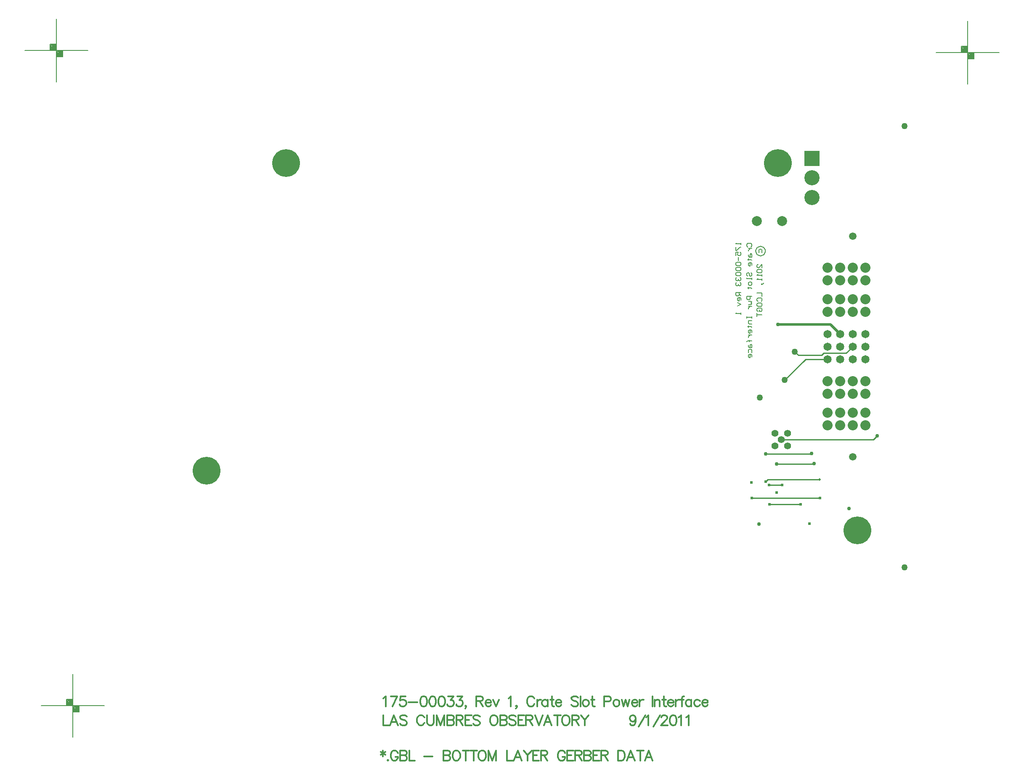
<source format=gbl>
%FSLAX23Y23*%
%MOIN*%
G70*
G01*
G75*
G04 Layer_Physical_Order=4*
G04 Layer_Color=16711680*
%ADD10R,0.135X0.070*%
%ADD11O,0.024X0.079*%
%ADD12R,0.036X0.036*%
%ADD13O,0.014X0.067*%
%ADD14R,0.059X0.039*%
%ADD15R,0.050X0.050*%
%ADD16R,0.070X0.135*%
%ADD17C,0.010*%
%ADD18C,0.020*%
%ADD19C,0.012*%
%ADD20C,0.008*%
%ADD21C,0.012*%
%ADD22C,0.012*%
%ADD23C,0.220*%
%ADD24C,0.050*%
%ADD25C,0.059*%
%ADD26C,0.080*%
%ADD27C,0.065*%
%ADD28C,0.079*%
%ADD29C,0.120*%
%ADD30R,0.120X0.120*%
%ADD31C,0.055*%
%ADD32C,0.030*%
%ADD33C,0.024*%
%ADD34C,0.020*%
%ADD35C,0.040*%
%ADD36C,0.005*%
%ADD37C,0.206*%
%ADD38C,0.150*%
%ADD39C,0.190*%
%ADD40C,0.092*%
%ADD41C,0.110*%
%ADD42C,0.073*%
%ADD43C,0.055*%
%ADD44C,0.068*%
%ADD45C,0.087*%
%ADD46C,0.007*%
D17*
X25186Y16550D02*
X25916D01*
X25945Y16579D01*
X24953Y16087D02*
X24955Y16085D01*
X25492D01*
X25093Y16038D02*
X25094Y16037D01*
X25339D01*
X25090Y16191D02*
X25191D01*
X25089Y16190D02*
X25090Y16191D01*
X25211Y17022D02*
X25377Y17188D01*
X25551D01*
X25291Y17248D02*
X25320Y17219D01*
X25505D01*
X25521Y17235D01*
X25698D01*
X25751Y17288D01*
X25079Y16233D02*
X25487D01*
X25063Y16217D02*
X25079Y16233D01*
X25441Y16356D02*
X25445Y16360D01*
X25148Y16356D02*
X25441D01*
X25420Y16435D02*
X25424Y16439D01*
X25063Y16435D02*
X25420D01*
D18*
X25575Y17463D02*
X25651Y17388D01*
X25158Y17463D02*
X25575D01*
D19*
X22029Y14083D02*
Y14037D01*
X22010Y14072D02*
X22048Y14049D01*
Y14072D02*
X22010Y14049D01*
X22069Y14011D02*
X22065Y14007D01*
X22069Y14003D01*
X22072Y14007D01*
X22069Y14011D01*
X22147Y14064D02*
X22143Y14072D01*
X22136Y14079D01*
X22128Y14083D01*
X22113D01*
X22105Y14079D01*
X22098Y14072D01*
X22094Y14064D01*
X22090Y14053D01*
Y14034D01*
X22094Y14022D01*
X22098Y14015D01*
X22105Y14007D01*
X22113Y14003D01*
X22128D01*
X22136Y14007D01*
X22143Y14015D01*
X22147Y14022D01*
Y14034D01*
X22128D02*
X22147D01*
X22165Y14083D02*
Y14003D01*
Y14083D02*
X22200D01*
X22211Y14079D01*
X22215Y14075D01*
X22219Y14068D01*
Y14060D01*
X22215Y14053D01*
X22211Y14049D01*
X22200Y14045D01*
X22165D02*
X22200D01*
X22211Y14041D01*
X22215Y14037D01*
X22219Y14030D01*
Y14018D01*
X22215Y14011D01*
X22211Y14007D01*
X22200Y14003D01*
X22165D01*
X22237Y14083D02*
Y14003D01*
X22282D01*
X22354Y14037D02*
X22422D01*
X22509Y14083D02*
Y14003D01*
Y14083D02*
X22543D01*
X22555Y14079D01*
X22558Y14075D01*
X22562Y14068D01*
Y14060D01*
X22558Y14053D01*
X22555Y14049D01*
X22543Y14045D01*
X22509D02*
X22543D01*
X22555Y14041D01*
X22558Y14037D01*
X22562Y14030D01*
Y14018D01*
X22558Y14011D01*
X22555Y14007D01*
X22543Y14003D01*
X22509D01*
X22603Y14083D02*
X22595Y14079D01*
X22588Y14072D01*
X22584Y14064D01*
X22580Y14053D01*
Y14034D01*
X22584Y14022D01*
X22588Y14015D01*
X22595Y14007D01*
X22603Y14003D01*
X22618D01*
X22626Y14007D01*
X22633Y14015D01*
X22637Y14022D01*
X22641Y14034D01*
Y14053D01*
X22637Y14064D01*
X22633Y14072D01*
X22626Y14079D01*
X22618Y14083D01*
X22603D01*
X22686D02*
Y14003D01*
X22660Y14083D02*
X22713D01*
X22749D02*
Y14003D01*
X22723Y14083D02*
X22776D01*
X22808D02*
X22801Y14079D01*
X22793Y14072D01*
X22789Y14064D01*
X22785Y14053D01*
Y14034D01*
X22789Y14022D01*
X22793Y14015D01*
X22801Y14007D01*
X22808Y14003D01*
X22823D01*
X22831Y14007D01*
X22839Y14015D01*
X22843Y14022D01*
X22846Y14034D01*
Y14053D01*
X22843Y14064D01*
X22839Y14072D01*
X22831Y14079D01*
X22823Y14083D01*
X22808D01*
X22865D02*
Y14003D01*
Y14083D02*
X22895Y14003D01*
X22926Y14083D02*
X22895Y14003D01*
X22926Y14083D02*
Y14003D01*
X23012Y14083D02*
Y14003D01*
X23057D01*
X23127D02*
X23097Y14083D01*
X23066Y14003D01*
X23078Y14030D02*
X23116D01*
X23146Y14083D02*
X23176Y14045D01*
Y14003D01*
X23207Y14083D02*
X23176Y14045D01*
X23266Y14083D02*
X23217D01*
Y14003D01*
X23266D01*
X23217Y14045D02*
X23247D01*
X23280Y14083D02*
Y14003D01*
Y14083D02*
X23314D01*
X23325Y14079D01*
X23329Y14075D01*
X23333Y14068D01*
Y14060D01*
X23329Y14053D01*
X23325Y14049D01*
X23314Y14045D01*
X23280D01*
X23306D02*
X23333Y14003D01*
X23471Y14064D02*
X23467Y14072D01*
X23460Y14079D01*
X23452Y14083D01*
X23437D01*
X23429Y14079D01*
X23421Y14072D01*
X23418Y14064D01*
X23414Y14053D01*
Y14034D01*
X23418Y14022D01*
X23421Y14015D01*
X23429Y14007D01*
X23437Y14003D01*
X23452D01*
X23460Y14007D01*
X23467Y14015D01*
X23471Y14022D01*
Y14034D01*
X23452D02*
X23471D01*
X23539Y14083D02*
X23489D01*
Y14003D01*
X23539D01*
X23489Y14045D02*
X23520D01*
X23552Y14083D02*
Y14003D01*
Y14083D02*
X23586D01*
X23598Y14079D01*
X23602Y14075D01*
X23605Y14068D01*
Y14060D01*
X23602Y14053D01*
X23598Y14049D01*
X23586Y14045D01*
X23552D01*
X23579D02*
X23605Y14003D01*
X23623Y14083D02*
Y14003D01*
Y14083D02*
X23658D01*
X23669Y14079D01*
X23673Y14075D01*
X23677Y14068D01*
Y14060D01*
X23673Y14053D01*
X23669Y14049D01*
X23658Y14045D01*
X23623D02*
X23658D01*
X23669Y14041D01*
X23673Y14037D01*
X23677Y14030D01*
Y14018D01*
X23673Y14011D01*
X23669Y14007D01*
X23658Y14003D01*
X23623D01*
X23744Y14083D02*
X23695D01*
Y14003D01*
X23744D01*
X23695Y14045D02*
X23725D01*
X23757Y14083D02*
Y14003D01*
Y14083D02*
X23792D01*
X23803Y14079D01*
X23807Y14075D01*
X23811Y14068D01*
Y14060D01*
X23807Y14053D01*
X23803Y14049D01*
X23792Y14045D01*
X23757D01*
X23784D02*
X23811Y14003D01*
X23891Y14083D02*
Y14003D01*
Y14083D02*
X23918D01*
X23930Y14079D01*
X23937Y14072D01*
X23941Y14064D01*
X23945Y14053D01*
Y14034D01*
X23941Y14022D01*
X23937Y14015D01*
X23930Y14007D01*
X23918Y14003D01*
X23891D01*
X24024D02*
X23993Y14083D01*
X23963Y14003D01*
X23974Y14030D02*
X24012D01*
X24069Y14083D02*
Y14003D01*
X24042Y14083D02*
X24096D01*
X24166Y14003D02*
X24136Y14083D01*
X24105Y14003D01*
X24117Y14030D02*
X24155D01*
D20*
X25058Y18045D02*
X25057Y18055D01*
X25053Y18064D01*
X25047Y18072D01*
X25039Y18078D01*
X25030Y18081D01*
X25021Y18083D01*
X25011Y18081D01*
X25002Y18078D01*
X24994Y18072D01*
X24988Y18064D01*
X24984Y18055D01*
X24983Y18045D01*
X24984Y18035D01*
X24988Y18026D01*
X24994Y18018D01*
X25002Y18013D01*
X25011Y18009D01*
X25021Y18007D01*
X25030Y18009D01*
X25039Y18013D01*
X25047Y18018D01*
X25053Y18026D01*
X25057Y18035D01*
X25058Y18045D01*
X19321Y14441D02*
X19821D01*
X19571Y14191D02*
Y14691D01*
X19521Y14441D02*
Y14491D01*
X19571D01*
X19621Y14391D02*
Y14441D01*
X19571Y14391D02*
X19621D01*
X19576Y14436D02*
X19616D01*
Y14396D02*
Y14436D01*
X19576Y14396D02*
X19616D01*
X19576D02*
Y14436D01*
X19581Y14431D02*
X19611D01*
Y14401D02*
Y14431D01*
X19581Y14401D02*
X19611D01*
X19581D02*
Y14426D01*
X19586D02*
X19606D01*
Y14406D02*
Y14426D01*
X19586Y14406D02*
X19606D01*
X19586D02*
Y14421D01*
X19591D02*
X19601D01*
Y14411D02*
Y14421D01*
X19591Y14411D02*
X19601D01*
X19591D02*
Y14421D01*
Y14416D02*
X19601D01*
X19526Y14486D02*
X19566D01*
Y14446D02*
Y14486D01*
X19526Y14446D02*
X19566D01*
X19526D02*
Y14486D01*
X19531Y14481D02*
X19561D01*
Y14451D02*
Y14481D01*
X19531Y14451D02*
X19561D01*
X19531D02*
Y14476D01*
X19536D02*
X19556D01*
Y14456D02*
Y14476D01*
X19536Y14456D02*
X19556D01*
X19536D02*
Y14471D01*
X19541D02*
X19551D01*
Y14461D02*
Y14471D01*
X19541Y14461D02*
X19551D01*
X19541D02*
Y14471D01*
Y14466D02*
X19551D01*
X19192Y19635D02*
X19692D01*
X19442Y19385D02*
Y19885D01*
X19392Y19635D02*
Y19685D01*
X19442D01*
X19492Y19585D02*
Y19635D01*
X19442Y19585D02*
X19492D01*
X19447Y19630D02*
X19487D01*
Y19590D02*
Y19630D01*
X19447Y19590D02*
X19487D01*
X19447D02*
Y19630D01*
X19452Y19625D02*
X19482D01*
Y19595D02*
Y19625D01*
X19452Y19595D02*
X19482D01*
X19452D02*
Y19620D01*
X19457D02*
X19477D01*
Y19600D02*
Y19620D01*
X19457Y19600D02*
X19477D01*
X19457D02*
Y19615D01*
X19462D02*
X19472D01*
Y19605D02*
Y19615D01*
X19462Y19605D02*
X19472D01*
X19462D02*
Y19615D01*
Y19610D02*
X19472D01*
X19397Y19680D02*
X19437D01*
Y19640D02*
Y19680D01*
X19397Y19640D02*
X19437D01*
X19397D02*
Y19680D01*
X19402Y19675D02*
X19432D01*
Y19645D02*
Y19675D01*
X19402Y19645D02*
X19432D01*
X19402D02*
Y19670D01*
X19407D02*
X19427D01*
Y19650D02*
Y19670D01*
X19407Y19650D02*
X19427D01*
X19407D02*
Y19665D01*
X19412D02*
X19422D01*
Y19655D02*
Y19665D01*
X19412Y19655D02*
X19422D01*
X19412D02*
Y19665D01*
Y19660D02*
X19422D01*
X26412Y19619D02*
X26912D01*
X26662Y19369D02*
Y19869D01*
X26612Y19619D02*
Y19669D01*
X26662D01*
X26712Y19569D02*
Y19619D01*
X26662Y19569D02*
X26712D01*
X26667Y19614D02*
X26707D01*
Y19574D02*
Y19614D01*
X26667Y19574D02*
X26707D01*
X26667D02*
Y19614D01*
X26672Y19609D02*
X26702D01*
Y19579D02*
Y19609D01*
X26672Y19579D02*
X26702D01*
X26672D02*
Y19604D01*
X26677D02*
X26697D01*
Y19584D02*
Y19604D01*
X26677Y19584D02*
X26697D01*
X26677D02*
Y19599D01*
X26682D02*
X26692D01*
Y19589D02*
Y19599D01*
X26682Y19589D02*
X26692D01*
X26682D02*
Y19599D01*
Y19594D02*
X26692D01*
X26617Y19664D02*
X26657D01*
Y19624D02*
Y19664D01*
X26617Y19624D02*
X26657D01*
X26617D02*
Y19664D01*
X26622Y19659D02*
X26652D01*
Y19629D02*
Y19659D01*
X26622Y19629D02*
X26652D01*
X26622D02*
Y19654D01*
X26627D02*
X26647D01*
Y19634D02*
Y19654D01*
X26627Y19634D02*
X26647D01*
X26627D02*
Y19649D01*
X26632D02*
X26642D01*
Y19639D02*
Y19649D01*
X26632Y19639D02*
X26642D01*
X26632D02*
Y19649D01*
Y19644D02*
X26642D01*
D21*
X22031Y14498D02*
X22039Y14502D01*
X22050Y14514D01*
Y14434D01*
X22143Y14514D02*
X22105Y14434D01*
X22090Y14514D02*
X22143D01*
X22207D02*
X22169D01*
X22165Y14479D01*
X22169Y14483D01*
X22180Y14487D01*
X22192D01*
X22203Y14483D01*
X22211Y14476D01*
X22215Y14464D01*
Y14457D01*
X22211Y14445D01*
X22203Y14438D01*
X22192Y14434D01*
X22180D01*
X22169Y14438D01*
X22165Y14441D01*
X22161Y14449D01*
X22232Y14468D02*
X22301D01*
X22347Y14514D02*
X22336Y14510D01*
X22328Y14498D01*
X22325Y14479D01*
Y14468D01*
X22328Y14449D01*
X22336Y14438D01*
X22347Y14434D01*
X22355D01*
X22367Y14438D01*
X22374Y14449D01*
X22378Y14468D01*
Y14479D01*
X22374Y14498D01*
X22367Y14510D01*
X22355Y14514D01*
X22347D01*
X22419D02*
X22407Y14510D01*
X22400Y14498D01*
X22396Y14479D01*
Y14468D01*
X22400Y14449D01*
X22407Y14438D01*
X22419Y14434D01*
X22426D01*
X22438Y14438D01*
X22445Y14449D01*
X22449Y14468D01*
Y14479D01*
X22445Y14498D01*
X22438Y14510D01*
X22426Y14514D01*
X22419D01*
X22490D02*
X22478Y14510D01*
X22471Y14498D01*
X22467Y14479D01*
Y14468D01*
X22471Y14449D01*
X22478Y14438D01*
X22490Y14434D01*
X22498D01*
X22509Y14438D01*
X22517Y14449D01*
X22520Y14468D01*
Y14479D01*
X22517Y14498D01*
X22509Y14510D01*
X22498Y14514D01*
X22490D01*
X22546D02*
X22588D01*
X22565Y14483D01*
X22576D01*
X22584Y14479D01*
X22588Y14476D01*
X22592Y14464D01*
Y14457D01*
X22588Y14445D01*
X22580Y14438D01*
X22569Y14434D01*
X22557D01*
X22546Y14438D01*
X22542Y14441D01*
X22538Y14449D01*
X22617Y14514D02*
X22659D01*
X22636Y14483D01*
X22648D01*
X22655Y14479D01*
X22659Y14476D01*
X22663Y14464D01*
Y14457D01*
X22659Y14445D01*
X22651Y14438D01*
X22640Y14434D01*
X22629D01*
X22617Y14438D01*
X22613Y14441D01*
X22610Y14449D01*
X22688Y14438D02*
X22685Y14434D01*
X22681Y14438D01*
X22685Y14441D01*
X22688Y14438D01*
Y14430D01*
X22685Y14422D01*
X22681Y14418D01*
X22769Y14514D02*
Y14434D01*
Y14514D02*
X22803D01*
X22814Y14510D01*
X22818Y14506D01*
X22822Y14498D01*
Y14491D01*
X22818Y14483D01*
X22814Y14479D01*
X22803Y14476D01*
X22769D01*
X22795D02*
X22822Y14434D01*
X22840Y14464D02*
X22886D01*
Y14472D01*
X22882Y14479D01*
X22878Y14483D01*
X22870Y14487D01*
X22859D01*
X22851Y14483D01*
X22844Y14476D01*
X22840Y14464D01*
Y14457D01*
X22844Y14445D01*
X22851Y14438D01*
X22859Y14434D01*
X22870D01*
X22878Y14438D01*
X22886Y14445D01*
X22903Y14487D02*
X22926Y14434D01*
X22948Y14487D02*
X22926Y14434D01*
X23024Y14498D02*
X23032Y14502D01*
X23043Y14514D01*
Y14434D01*
X23091Y14438D02*
X23087Y14434D01*
X23083Y14438D01*
X23087Y14441D01*
X23091Y14438D01*
Y14430D01*
X23087Y14422D01*
X23083Y14418D01*
X23228Y14495D02*
X23224Y14502D01*
X23217Y14510D01*
X23209Y14514D01*
X23194D01*
X23186Y14510D01*
X23179Y14502D01*
X23175Y14495D01*
X23171Y14483D01*
Y14464D01*
X23175Y14453D01*
X23179Y14445D01*
X23186Y14438D01*
X23194Y14434D01*
X23209D01*
X23217Y14438D01*
X23224Y14445D01*
X23228Y14453D01*
X23251Y14487D02*
Y14434D01*
Y14464D02*
X23254Y14476D01*
X23262Y14483D01*
X23270Y14487D01*
X23281D01*
X23334D02*
Y14434D01*
Y14476D02*
X23326Y14483D01*
X23319Y14487D01*
X23307D01*
X23300Y14483D01*
X23292Y14476D01*
X23288Y14464D01*
Y14457D01*
X23292Y14445D01*
X23300Y14438D01*
X23307Y14434D01*
X23319D01*
X23326Y14438D01*
X23334Y14445D01*
X23367Y14514D02*
Y14449D01*
X23370Y14438D01*
X23378Y14434D01*
X23386D01*
X23355Y14487D02*
X23382D01*
X23397Y14464D02*
X23443D01*
Y14472D01*
X23439Y14479D01*
X23435Y14483D01*
X23428Y14487D01*
X23416D01*
X23409Y14483D01*
X23401Y14476D01*
X23397Y14464D01*
Y14457D01*
X23401Y14445D01*
X23409Y14438D01*
X23416Y14434D01*
X23428D01*
X23435Y14438D01*
X23443Y14445D01*
X23576Y14502D02*
X23569Y14510D01*
X23557Y14514D01*
X23542D01*
X23530Y14510D01*
X23523Y14502D01*
Y14495D01*
X23527Y14487D01*
X23530Y14483D01*
X23538Y14479D01*
X23561Y14472D01*
X23569Y14468D01*
X23572Y14464D01*
X23576Y14457D01*
Y14445D01*
X23569Y14438D01*
X23557Y14434D01*
X23542D01*
X23530Y14438D01*
X23523Y14445D01*
X23594Y14514D02*
Y14434D01*
X23630Y14487D02*
X23622Y14483D01*
X23615Y14476D01*
X23611Y14464D01*
Y14457D01*
X23615Y14445D01*
X23622Y14438D01*
X23630Y14434D01*
X23641D01*
X23649Y14438D01*
X23657Y14445D01*
X23660Y14457D01*
Y14464D01*
X23657Y14476D01*
X23649Y14483D01*
X23641Y14487D01*
X23630D01*
X23689Y14514D02*
Y14449D01*
X23693Y14438D01*
X23701Y14434D01*
X23708D01*
X23678Y14487D02*
X23705D01*
X23783Y14472D02*
X23817D01*
X23828Y14476D01*
X23832Y14479D01*
X23836Y14487D01*
Y14498D01*
X23832Y14506D01*
X23828Y14510D01*
X23817Y14514D01*
X23783D01*
Y14434D01*
X23873Y14487D02*
X23865Y14483D01*
X23858Y14476D01*
X23854Y14464D01*
Y14457D01*
X23858Y14445D01*
X23865Y14438D01*
X23873Y14434D01*
X23884D01*
X23892Y14438D01*
X23900Y14445D01*
X23903Y14457D01*
Y14464D01*
X23900Y14476D01*
X23892Y14483D01*
X23884Y14487D01*
X23873D01*
X23921D02*
X23936Y14434D01*
X23951Y14487D02*
X23936Y14434D01*
X23951Y14487D02*
X23967Y14434D01*
X23982Y14487D02*
X23967Y14434D01*
X24000Y14464D02*
X24046D01*
Y14472D01*
X24042Y14479D01*
X24039Y14483D01*
X24031Y14487D01*
X24019D01*
X24012Y14483D01*
X24004Y14476D01*
X24000Y14464D01*
Y14457D01*
X24004Y14445D01*
X24012Y14438D01*
X24019Y14434D01*
X24031D01*
X24039Y14438D01*
X24046Y14445D01*
X24063Y14487D02*
Y14434D01*
Y14464D02*
X24067Y14476D01*
X24075Y14483D01*
X24082Y14487D01*
X24094D01*
X24164Y14514D02*
Y14434D01*
X24181Y14487D02*
Y14434D01*
Y14472D02*
X24192Y14483D01*
X24200Y14487D01*
X24211D01*
X24219Y14483D01*
X24222Y14472D01*
Y14434D01*
X24255Y14514D02*
Y14449D01*
X24259Y14438D01*
X24266Y14434D01*
X24274D01*
X24243Y14487D02*
X24270D01*
X24285Y14464D02*
X24331D01*
Y14472D01*
X24327Y14479D01*
X24323Y14483D01*
X24316Y14487D01*
X24304D01*
X24297Y14483D01*
X24289Y14476D01*
X24285Y14464D01*
Y14457D01*
X24289Y14445D01*
X24297Y14438D01*
X24304Y14434D01*
X24316D01*
X24323Y14438D01*
X24331Y14445D01*
X24348Y14487D02*
Y14434D01*
Y14464D02*
X24352Y14476D01*
X24360Y14483D01*
X24367Y14487D01*
X24379D01*
X24416Y14514D02*
X24409D01*
X24401Y14510D01*
X24397Y14498D01*
Y14434D01*
X24386Y14487D02*
X24413D01*
X24473D02*
Y14434D01*
Y14476D02*
X24466Y14483D01*
X24458Y14487D01*
X24447D01*
X24439Y14483D01*
X24432Y14476D01*
X24428Y14464D01*
Y14457D01*
X24432Y14445D01*
X24439Y14438D01*
X24447Y14434D01*
X24458D01*
X24466Y14438D01*
X24473Y14445D01*
X24541Y14476D02*
X24533Y14483D01*
X24525Y14487D01*
X24514D01*
X24506Y14483D01*
X24499Y14476D01*
X24495Y14464D01*
Y14457D01*
X24499Y14445D01*
X24506Y14438D01*
X24514Y14434D01*
X24525D01*
X24533Y14438D01*
X24541Y14445D01*
X24558Y14464D02*
X24603D01*
Y14472D01*
X24600Y14479D01*
X24596Y14483D01*
X24588Y14487D01*
X24577D01*
X24569Y14483D01*
X24561Y14476D01*
X24558Y14464D01*
Y14457D01*
X24561Y14445D01*
X24569Y14438D01*
X24577Y14434D01*
X24588D01*
X24596Y14438D01*
X24603Y14445D01*
D22*
X22031Y14364D02*
Y14284D01*
X22077D01*
X22147D02*
X22116Y14364D01*
X22086Y14284D01*
X22097Y14310D02*
X22135D01*
X22219Y14352D02*
X22211Y14360D01*
X22200Y14364D01*
X22184D01*
X22173Y14360D01*
X22165Y14352D01*
Y14345D01*
X22169Y14337D01*
X22173Y14333D01*
X22181Y14329D01*
X22204Y14322D01*
X22211Y14318D01*
X22215Y14314D01*
X22219Y14307D01*
Y14295D01*
X22211Y14287D01*
X22200Y14284D01*
X22184D01*
X22173Y14287D01*
X22165Y14295D01*
X22357Y14345D02*
X22353Y14352D01*
X22345Y14360D01*
X22338Y14364D01*
X22322D01*
X22315Y14360D01*
X22307Y14352D01*
X22303Y14345D01*
X22299Y14333D01*
Y14314D01*
X22303Y14303D01*
X22307Y14295D01*
X22315Y14287D01*
X22322Y14284D01*
X22338D01*
X22345Y14287D01*
X22353Y14295D01*
X22357Y14303D01*
X22379Y14364D02*
Y14307D01*
X22383Y14295D01*
X22391Y14287D01*
X22402Y14284D01*
X22410D01*
X22421Y14287D01*
X22429Y14295D01*
X22432Y14307D01*
Y14364D01*
X22454D02*
Y14284D01*
Y14364D02*
X22485Y14284D01*
X22515Y14364D02*
X22485Y14284D01*
X22515Y14364D02*
Y14284D01*
X22538Y14364D02*
Y14284D01*
Y14364D02*
X22573D01*
X22584Y14360D01*
X22588Y14356D01*
X22592Y14348D01*
Y14341D01*
X22588Y14333D01*
X22584Y14329D01*
X22573Y14326D01*
X22538D02*
X22573D01*
X22584Y14322D01*
X22588Y14318D01*
X22592Y14310D01*
Y14299D01*
X22588Y14291D01*
X22584Y14287D01*
X22573Y14284D01*
X22538D01*
X22610Y14364D02*
Y14284D01*
Y14364D02*
X22644D01*
X22655Y14360D01*
X22659Y14356D01*
X22663Y14348D01*
Y14341D01*
X22659Y14333D01*
X22655Y14329D01*
X22644Y14326D01*
X22610D01*
X22636D02*
X22663Y14284D01*
X22730Y14364D02*
X22681D01*
Y14284D01*
X22730D01*
X22681Y14326D02*
X22711D01*
X22797Y14352D02*
X22789Y14360D01*
X22778Y14364D01*
X22763D01*
X22751Y14360D01*
X22744Y14352D01*
Y14345D01*
X22747Y14337D01*
X22751Y14333D01*
X22759Y14329D01*
X22782Y14322D01*
X22789Y14318D01*
X22793Y14314D01*
X22797Y14307D01*
Y14295D01*
X22789Y14287D01*
X22778Y14284D01*
X22763D01*
X22751Y14287D01*
X22744Y14295D01*
X22900Y14364D02*
X22893Y14360D01*
X22885Y14352D01*
X22881Y14345D01*
X22878Y14333D01*
Y14314D01*
X22881Y14303D01*
X22885Y14295D01*
X22893Y14287D01*
X22900Y14284D01*
X22916D01*
X22923Y14287D01*
X22931Y14295D01*
X22935Y14303D01*
X22939Y14314D01*
Y14333D01*
X22935Y14345D01*
X22931Y14352D01*
X22923Y14360D01*
X22916Y14364D01*
X22900D01*
X22957D02*
Y14284D01*
Y14364D02*
X22992D01*
X23003Y14360D01*
X23007Y14356D01*
X23011Y14348D01*
Y14341D01*
X23007Y14333D01*
X23003Y14329D01*
X22992Y14326D01*
X22957D02*
X22992D01*
X23003Y14322D01*
X23007Y14318D01*
X23011Y14310D01*
Y14299D01*
X23007Y14291D01*
X23003Y14287D01*
X22992Y14284D01*
X22957D01*
X23082Y14352D02*
X23074Y14360D01*
X23063Y14364D01*
X23048D01*
X23036Y14360D01*
X23028Y14352D01*
Y14345D01*
X23032Y14337D01*
X23036Y14333D01*
X23044Y14329D01*
X23067Y14322D01*
X23074Y14318D01*
X23078Y14314D01*
X23082Y14307D01*
Y14295D01*
X23074Y14287D01*
X23063Y14284D01*
X23048D01*
X23036Y14287D01*
X23028Y14295D01*
X23149Y14364D02*
X23100D01*
Y14284D01*
X23149D01*
X23100Y14326D02*
X23130D01*
X23163Y14364D02*
Y14284D01*
Y14364D02*
X23197D01*
X23208Y14360D01*
X23212Y14356D01*
X23216Y14348D01*
Y14341D01*
X23212Y14333D01*
X23208Y14329D01*
X23197Y14326D01*
X23163D01*
X23189D02*
X23216Y14284D01*
X23234Y14364D02*
X23264Y14284D01*
X23295Y14364D02*
X23264Y14284D01*
X23366D02*
X23335Y14364D01*
X23305Y14284D01*
X23316Y14310D02*
X23354D01*
X23411Y14364D02*
Y14284D01*
X23385Y14364D02*
X23438D01*
X23470D02*
X23463Y14360D01*
X23455Y14352D01*
X23451Y14345D01*
X23447Y14333D01*
Y14314D01*
X23451Y14303D01*
X23455Y14295D01*
X23463Y14287D01*
X23470Y14284D01*
X23486D01*
X23493Y14287D01*
X23501Y14295D01*
X23505Y14303D01*
X23508Y14314D01*
Y14333D01*
X23505Y14345D01*
X23501Y14352D01*
X23493Y14360D01*
X23486Y14364D01*
X23470D01*
X23527D02*
Y14284D01*
Y14364D02*
X23561D01*
X23573Y14360D01*
X23577Y14356D01*
X23580Y14348D01*
Y14341D01*
X23577Y14333D01*
X23573Y14329D01*
X23561Y14326D01*
X23527D01*
X23554D02*
X23580Y14284D01*
X23598Y14364D02*
X23629Y14326D01*
Y14284D01*
X23659Y14364D02*
X23629Y14326D01*
X24033Y14337D02*
X24029Y14326D01*
X24022Y14318D01*
X24010Y14314D01*
X24007D01*
X23995Y14318D01*
X23987Y14326D01*
X23984Y14337D01*
Y14341D01*
X23987Y14352D01*
X23995Y14360D01*
X24007Y14364D01*
X24010D01*
X24022Y14360D01*
X24029Y14352D01*
X24033Y14337D01*
Y14318D01*
X24029Y14299D01*
X24022Y14287D01*
X24010Y14284D01*
X24003D01*
X23991Y14287D01*
X23987Y14295D01*
X24055Y14272D02*
X24108Y14364D01*
X24114Y14348D02*
X24121Y14352D01*
X24133Y14364D01*
Y14284D01*
X24172Y14272D02*
X24226Y14364D01*
X24235Y14345D02*
Y14348D01*
X24238Y14356D01*
X24242Y14360D01*
X24250Y14364D01*
X24265D01*
X24273Y14360D01*
X24277Y14356D01*
X24280Y14348D01*
Y14341D01*
X24277Y14333D01*
X24269Y14322D01*
X24231Y14284D01*
X24284D01*
X24325Y14364D02*
X24314Y14360D01*
X24306Y14348D01*
X24302Y14329D01*
Y14318D01*
X24306Y14299D01*
X24314Y14287D01*
X24325Y14284D01*
X24333D01*
X24344Y14287D01*
X24352Y14299D01*
X24355Y14318D01*
Y14329D01*
X24352Y14348D01*
X24344Y14360D01*
X24333Y14364D01*
X24325D01*
X24373Y14348D02*
X24381Y14352D01*
X24392Y14364D01*
Y14284D01*
X24432Y14348D02*
X24440Y14352D01*
X24451Y14364D01*
Y14284D01*
D23*
X21260Y18744D02*
D03*
X25157D02*
D03*
X20630Y16303D02*
D03*
X25787Y15831D02*
D03*
D24*
X26161Y15538D02*
D03*
Y19038D02*
D03*
X25016Y16882D02*
D03*
X25211Y17022D02*
D03*
X25291Y17248D02*
D03*
D25*
X25751Y16413D02*
D03*
Y18163D02*
D03*
D26*
X25851Y17913D02*
D03*
X25751D02*
D03*
X25651D02*
D03*
X25551D02*
D03*
Y17813D02*
D03*
X25651D02*
D03*
X25751D02*
D03*
X25851D02*
D03*
X25551Y17663D02*
D03*
X25651D02*
D03*
X25751D02*
D03*
X25851D02*
D03*
X25551Y17563D02*
D03*
X25651D02*
D03*
X25751D02*
D03*
X25851D02*
D03*
Y16663D02*
D03*
X25751D02*
D03*
X25651D02*
D03*
X25551D02*
D03*
X25851Y16763D02*
D03*
X25751D02*
D03*
X25651D02*
D03*
X25551D02*
D03*
X25851Y16913D02*
D03*
X25751D02*
D03*
X25651D02*
D03*
X25551D02*
D03*
Y17013D02*
D03*
X25651D02*
D03*
X25751D02*
D03*
X25851D02*
D03*
D27*
Y17188D02*
D03*
X25751D02*
D03*
X25651D02*
D03*
X25551D02*
D03*
X25851Y17288D02*
D03*
X25751D02*
D03*
X25651D02*
D03*
X25551D02*
D03*
X25851Y17388D02*
D03*
X25751D02*
D03*
X25651D02*
D03*
X25551D02*
D03*
D28*
X24991Y18283D02*
D03*
X25191D02*
D03*
D29*
X25427Y18469D02*
D03*
Y18625D02*
D03*
D30*
Y18781D02*
D03*
D31*
X25236Y16500D02*
D03*
X25136D02*
D03*
Y16600D02*
D03*
X25236D02*
D03*
X25186Y16550D02*
D03*
D32*
X25721Y16003D02*
D03*
X25945Y16579D02*
D03*
X25445Y16360D02*
D03*
X25148Y16356D02*
D03*
X25424Y16439D02*
D03*
X25063Y16435D02*
D03*
X25009Y15879D02*
D03*
X25158Y17463D02*
D03*
D33*
X24947Y16209D02*
D03*
X24953Y16087D02*
D03*
X25492Y16085D02*
D03*
X25063Y16217D02*
D03*
X25409Y15883D02*
D03*
X25093Y16038D02*
D03*
X25339Y16037D02*
D03*
X25191Y16191D02*
D03*
X25149Y16130D02*
D03*
X25089Y16190D02*
D03*
D34*
X25487Y16233D02*
D03*
D46*
X25007Y18033D02*
Y18053D01*
X25013Y18060D01*
X25027D01*
X25033Y18053D01*
Y18033D01*
Y17913D02*
Y17940D01*
X25007Y17913D01*
X25000D01*
X24993Y17920D01*
Y17933D01*
X25000Y17940D01*
Y17900D02*
X24993Y17893D01*
Y17880D01*
X25000Y17874D01*
X25027D01*
X25033Y17880D01*
Y17893D01*
X25027Y17900D01*
X25000D01*
X25033Y17860D02*
Y17847D01*
Y17854D01*
X24993D01*
X25000Y17860D01*
X25033Y17827D02*
Y17814D01*
Y17820D01*
X24993D01*
X25000Y17827D01*
X25040Y17787D02*
X25033Y17780D01*
X25027D01*
Y17787D01*
X25033D01*
Y17780D01*
X25040Y17787D01*
X25047Y17794D01*
X24993Y17714D02*
X25033D01*
Y17687D01*
X25000Y17647D02*
X24993Y17654D01*
Y17667D01*
X25000Y17674D01*
X25027D01*
X25033Y17667D01*
Y17654D01*
X25027Y17647D01*
X24993Y17614D02*
Y17627D01*
X25000Y17634D01*
X25027D01*
X25033Y17627D01*
Y17614D01*
X25027Y17607D01*
X25000D01*
X24993Y17614D01*
X25000Y17567D02*
X24993Y17574D01*
Y17587D01*
X25000Y17594D01*
X25027D01*
X25033Y17587D01*
Y17574D01*
X25027Y17567D01*
X25013D01*
Y17580D01*
X24993Y17554D02*
Y17527D01*
Y17540D01*
X25033D01*
X24918Y18078D02*
X24911Y18085D01*
Y18098D01*
X24918Y18105D01*
X24945D01*
X24951Y18098D01*
Y18085D01*
X24945Y18078D01*
X24925Y18065D02*
X24951D01*
X24938D01*
X24931Y18058D01*
X24925Y18052D01*
Y18045D01*
Y18018D02*
Y18005D01*
X24931Y17998D01*
X24951D01*
Y18018D01*
X24945Y18025D01*
X24938Y18018D01*
Y17998D01*
X24918Y17978D02*
X24925D01*
Y17985D01*
Y17972D01*
Y17978D01*
X24945D01*
X24951Y17972D01*
Y17932D02*
Y17945D01*
X24945Y17952D01*
X24931D01*
X24925Y17945D01*
Y17932D01*
X24931Y17925D01*
X24938D01*
Y17952D01*
X24918Y17845D02*
X24911Y17852D01*
Y17865D01*
X24918Y17872D01*
X24925D01*
X24931Y17865D01*
Y17852D01*
X24938Y17845D01*
X24945D01*
X24951Y17852D01*
Y17865D01*
X24945Y17872D01*
X24951Y17832D02*
Y17819D01*
Y17825D01*
X24911D01*
Y17832D01*
X24951Y17792D02*
Y17779D01*
X24945Y17772D01*
X24931D01*
X24925Y17779D01*
Y17792D01*
X24931Y17799D01*
X24945D01*
X24951Y17792D01*
X24918Y17752D02*
X24925D01*
Y17759D01*
Y17745D01*
Y17752D01*
X24945D01*
X24951Y17745D01*
Y17685D02*
X24911D01*
Y17665D01*
X24918Y17659D01*
X24931D01*
X24938Y17665D01*
Y17685D01*
X24925Y17645D02*
X24945D01*
X24951Y17639D01*
X24945Y17632D01*
X24951Y17625D01*
X24945Y17619D01*
X24925D01*
Y17605D02*
X24951D01*
X24938D01*
X24931Y17599D01*
X24925Y17592D01*
Y17585D01*
X24911Y17525D02*
Y17512D01*
Y17519D01*
X24951D01*
Y17525D01*
Y17512D01*
Y17492D02*
X24925D01*
Y17472D01*
X24931Y17465D01*
X24951D01*
X24918Y17445D02*
X24925D01*
Y17452D01*
Y17439D01*
Y17445D01*
X24945D01*
X24951Y17439D01*
Y17399D02*
Y17412D01*
X24945Y17419D01*
X24931D01*
X24925Y17412D01*
Y17399D01*
X24931Y17392D01*
X24938D01*
Y17419D01*
X24925Y17379D02*
X24951D01*
X24938D01*
X24931Y17372D01*
X24925Y17365D01*
Y17359D01*
X24951Y17332D02*
X24918D01*
X24931D01*
Y17339D01*
Y17325D01*
Y17332D01*
X24918D01*
X24911Y17325D01*
X24925Y17299D02*
Y17285D01*
X24931Y17279D01*
X24951D01*
Y17299D01*
X24945Y17305D01*
X24938Y17299D01*
Y17279D01*
X24925Y17239D02*
Y17259D01*
X24931Y17265D01*
X24945D01*
X24951Y17259D01*
Y17239D01*
Y17205D02*
Y17219D01*
X24945Y17225D01*
X24931D01*
X24925Y17219D01*
Y17205D01*
X24931Y17199D01*
X24938D01*
Y17225D01*
X24865Y18110D02*
Y18097D01*
Y18103D01*
X24825D01*
X24832Y18110D01*
X24825Y18077D02*
Y18050D01*
X24832D01*
X24859Y18077D01*
X24865D01*
X24825Y18010D02*
Y18037D01*
X24845D01*
X24839Y18023D01*
Y18017D01*
X24845Y18010D01*
X24859D01*
X24865Y18017D01*
Y18030D01*
X24859Y18037D01*
X24845Y17997D02*
Y17970D01*
X24832Y17957D02*
X24825Y17950D01*
Y17937D01*
X24832Y17930D01*
X24859D01*
X24865Y17937D01*
Y17950D01*
X24859Y17957D01*
X24832D01*
Y17917D02*
X24825Y17910D01*
Y17897D01*
X24832Y17890D01*
X24859D01*
X24865Y17897D01*
Y17910D01*
X24859Y17917D01*
X24832D01*
Y17877D02*
X24825Y17870D01*
Y17857D01*
X24832Y17850D01*
X24859D01*
X24865Y17857D01*
Y17870D01*
X24859Y17877D01*
X24832D01*
Y17837D02*
X24825Y17830D01*
Y17817D01*
X24832Y17810D01*
X24839D01*
X24845Y17817D01*
Y17824D01*
Y17817D01*
X24852Y17810D01*
X24859D01*
X24865Y17817D01*
Y17830D01*
X24859Y17837D01*
X24832Y17797D02*
X24825Y17790D01*
Y17777D01*
X24832Y17770D01*
X24839D01*
X24845Y17777D01*
Y17784D01*
Y17777D01*
X24852Y17770D01*
X24859D01*
X24865Y17777D01*
Y17790D01*
X24859Y17797D01*
X24865Y17717D02*
X24825D01*
Y17697D01*
X24832Y17690D01*
X24845D01*
X24852Y17697D01*
Y17717D01*
Y17704D02*
X24865Y17690D01*
Y17657D02*
Y17670D01*
X24859Y17677D01*
X24845D01*
X24839Y17670D01*
Y17657D01*
X24845Y17650D01*
X24852D01*
Y17677D01*
X24839Y17637D02*
X24865Y17624D01*
X24839Y17610D01*
X24865Y17557D02*
Y17544D01*
Y17550D01*
X24825D01*
X24832Y17557D01*
M02*

</source>
